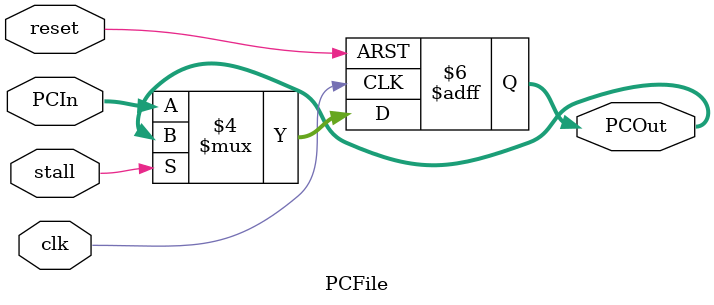
<source format=sv>
`include "MIPS.h"

module PCFile(
        input logic clk, stall, reset,
        input logic [31: 0] PCIn,
        output logic [31: 0] PCOut
    );

    always_ff @(posedge clk, posedge reset)
        begin
            if (reset)
                PCOut = 32'b0;
            else
                if (!stall) 
                    PCOut = PCIn;
        end

endmodule
</source>
